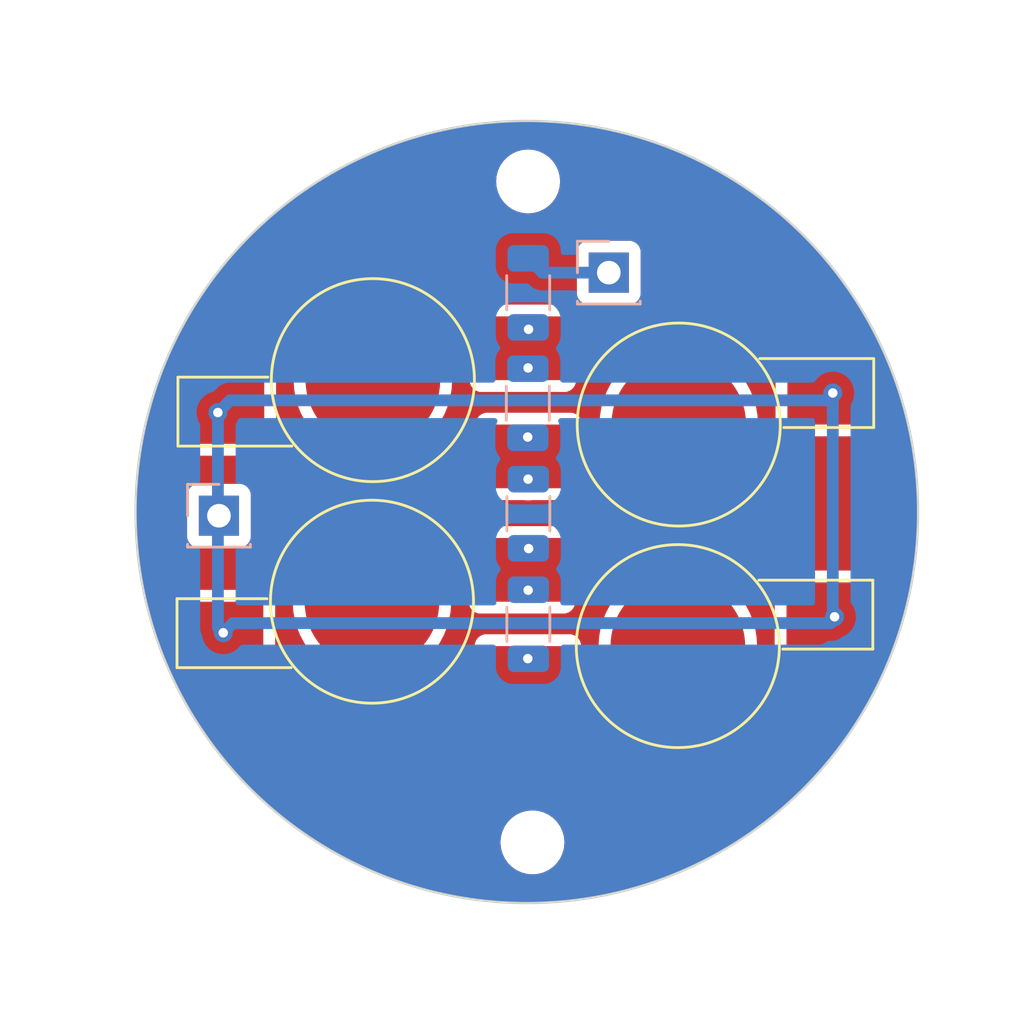
<source format=kicad_pcb>
(kicad_pcb (version 20221018) (generator pcbnew)
  (layers (0 "F.Cu" signal) (31 "B.Cu" signal) (34 "B.Paste" user) (35 "F.Paste" user) (36 "B.SilkS" user "B.Silkscreen") (37 "F.SilkS" user "F.Silkscreen") (38 "B.Mask" user) (39 "F.Mask" user) (44 "Edge.Cuts" user))
  (net 0 "")
  (footprint "MountingHole:MountingHole_2.2mm_M2" (layer "F.Cu") (at 144.375756 104.787475)
    (fp_text reference "REF**" hide)
    (fp_text value "MountingHole_2.2mm_M2" hide)
    (pad "" np_thru_hole circle (at 0 0) (size 2.2 2.2) (drill 2.2) (layers "F&B.Cu" "*.Mask"))
  )
  (footprint "LED_SMD:LED_1W_3W_R8" (layer "F.Cu") (at 150.570419 87.0862 180)
    (fp_text reference "REF**" hide)
    (fp_text value "LED_1W_3W_R8" hide)
    (fp_line (start -8.255 -0.127) (end -8.255 2.794) (stroke (width 0.12)) (layer "F.SilkS"))
    (fp_line (start -8.255 2.794) (end -3.429 2.794) (stroke (width 0.12)) (layer "F.SilkS"))
    (fp_line (start -4.445 -0.127) (end -8.255 -0.127) (stroke (width 0.12)) (layer "F.SilkS"))
    (fp_circle (center 0 0) (end -4.3 0) (stroke (width 0.12)) (fill none) (layer "F.SilkS"))
    (pad "1" smd rect (at -6.35 1.35 180) (size 3.5 2.7) (layers "F.Cu" "F.Paste" "F.Mask"))
    (pad "2" smd rect (at 6.35 -1.35 180) (size 3.5 2.7) (layers "F.Cu" "F.Paste" "F.Mask"))
    (pad "3" smd circle (at 0 0 180) (size 5.7 5.7) (layers "F.Cu" "F.Paste" "F.Mask"))
  )
  (footprint "LED_SMD:LED_1W_3W_R8" (layer "F.Cu") (at 137.580725 94.591149)
    (fp_text reference "REF**" hide)
    (fp_text value "LED_1W_3W_R8" hide)
    (fp_line (start -8.255 -0.127) (end -8.255 2.794) (stroke (width 0.12)) (layer "F.SilkS"))
    (fp_line (start -8.255 2.794) (end -3.429 2.794) (stroke (width 0.12)) (layer "F.SilkS"))
    (fp_line (start -4.445 -0.127) (end -8.255 -0.127) (stroke (width 0.12)) (layer "F.SilkS"))
    (fp_circle (center 0 0) (end -4.3 0) (stroke (width 0.12)) (fill none) (layer "F.SilkS"))
    (pad "1" smd rect (at -6.35 1.35) (size 3.5 2.7) (layers "F.Cu" "F.Paste" "F.Mask"))
    (pad "2" smd rect (at 6.35 -1.35) (size 3.5 2.7) (layers "F.Cu" "F.Paste" "F.Mask"))
    (pad "3" smd circle (at 0 0) (size 5.7 5.7) (layers "F.Cu" "F.Paste" "F.Mask"))
  )
  (footprint "MountingHole:MountingHole_2.2mm_M2" (layer "F.Cu") (at 144.19144 76.788129)
    (fp_text reference "REF**" hide)
    (fp_text value "MountingHole_2.2mm_M2" hide)
    (pad "" np_thru_hole circle (at 0 0) (size 2.2 2.2) (drill 2.2) (layers "F&B.Cu" "*.Mask"))
  )
  (footprint "LED_SMD:LED_1W_3W_R8" (layer "F.Cu") (at 150.53175 96.472351 180)
    (fp_text reference "REF**" hide)
    (fp_text value "LED_1W_3W_R8" hide)
    (fp_line (start -8.255 -0.127) (end -8.255 2.794) (stroke (width 0.12)) (layer "F.SilkS"))
    (fp_line (start -8.255 2.794) (end -3.429 2.794) (stroke (width 0.12)) (layer "F.SilkS"))
    (fp_line (start -4.445 -0.127) (end -8.255 -0.127) (stroke (width 0.12)) (layer "F.SilkS"))
    (fp_circle (center 0 0) (end -4.3 0) (stroke (width 0.12)) (fill none) (layer "F.SilkS"))
    (pad "1" smd rect (at -6.35 1.35 180) (size 3.5 2.7) (layers "F.Cu" "F.Paste" "F.Mask"))
    (pad "2" smd rect (at 6.35 -1.35 180) (size 3.5 2.7) (layers "F.Cu" "F.Paste" "F.Mask"))
    (pad "3" smd circle (at 0 0 180) (size 5.7 5.7) (layers "F.Cu" "F.Paste" "F.Mask"))
  )
  (footprint "LED_SMD:LED_1W_3W_R8" (layer "F.Cu") (at 137.619394 85.204998)
    (fp_text reference "REF**" hide)
    (fp_text value "LED_1W_3W_R8" hide)
    (fp_line (start -8.255 -0.127) (end -8.255 2.794) (stroke (width 0.12)) (layer "F.SilkS"))
    (fp_line (start -8.255 2.794) (end -3.429 2.794) (stroke (width 0.12)) (layer "F.SilkS"))
    (fp_line (start -4.445 -0.127) (end -8.255 -0.127) (stroke (width 0.12)) (layer "F.SilkS"))
    (fp_circle (center 0 0) (end -4.3 0) (stroke (width 0.12)) (fill none) (layer "F.SilkS"))
    (pad "1" smd rect (at -6.35 1.35) (size 3.5 2.7) (layers "F.Cu" "F.Paste" "F.Mask"))
    (pad "2" smd rect (at 6.35 -1.35) (size 3.5 2.7) (layers "F.Cu" "F.Paste" "F.Mask"))
    (pad "3" smd circle (at 0 0) (size 5.7 5.7) (layers "F.Cu" "F.Paste" "F.Mask"))
  )
  (footprint "Connector_PinSocket_2.54mm:PinSocket_1x01_P2.54mm_Vertical" (layer "B.Cu") (at 147.60863 80.651344 180)
    (fp_text reference "REF**" hide)
    (fp_text value "PinSocket_1x01_P2.54mm_Vertical" hide)
    (fp_line (start -1.33 -1.33) (end 1.33 -1.33) (stroke (width 0.12)) (layer "B.SilkS"))
    (fp_line (start -1.33 -1.21) (end -1.33 -1.33) (stroke (width 0.12)) (layer "B.SilkS"))
    (fp_line (start 0 1.33) (end 1.33 1.33) (stroke (width 0.12)) (layer "B.SilkS"))
    (fp_line (start 1.33 -1.21) (end 1.33 -1.33) (stroke (width 0.12)) (layer "B.SilkS"))
    (fp_line (start 1.33 1.33) (end 1.33 0) (stroke (width 0.12)) (layer "B.SilkS"))
    (pad "1" thru_hole rect (at 0 0 180) (size 1.7 1.7) (drill 1) (layers "*.Cu" "*.Mask"))
  )
  (footprint "Resistor_SMD:R_1206_3216Metric" (layer "B.Cu") (at 144.179908 86.183222 90)
    (fp_text reference "REF**" hide)
    (fp_text value "R_1206_3216Metric" hide)
    (fp_line (start -0.727064 -0.91) (end 0.727064 -0.91) (stroke (width 0.12)) (layer "B.SilkS"))
    (fp_line (start -0.727064 0.91) (end 0.727064 0.91) (stroke (width 0.12)) (layer "B.SilkS"))
    (pad "1" smd roundrect (at -1.4625 0 90) (size 1.125 1.75) (layers "B.Cu" "B.Paste" "B.Mask") (roundrect_rratio 0.222222))
    (pad "2" smd roundrect (at 1.4625 0 90) (size 1.125 1.75) (layers "B.Cu" "B.Paste" "B.Mask") (roundrect_rratio 0.222222))
  )
  (footprint "Resistor_SMD:R_1206_3216Metric" (layer "B.Cu") (at 144.202204 90.865323 90)
    (fp_text reference "REF**" hide)
    (fp_text value "R_1206_3216Metric" hide)
    (fp_line (start -0.727064 -0.91) (end 0.727064 -0.91) (stroke (width 0.12)) (layer "B.SilkS"))
    (fp_line (start -0.727064 0.91) (end 0.727064 0.91) (stroke (width 0.12)) (layer "B.SilkS"))
    (pad "1" smd roundrect (at -1.4625 0 90) (size 1.125 1.75) (layers "B.Cu" "B.Paste" "B.Mask") (roundrect_rratio 0.222222))
    (pad "2" smd roundrect (at 1.4625 0 90) (size 1.125 1.75) (layers "B.Cu" "B.Paste" "B.Mask") (roundrect_rratio 0.222222))
  )
  (footprint "Connector_PinSocket_2.54mm:PinSocket_1x01_P2.54mm_Vertical" (layer "B.Cu") (at 131.101435 90.94918 180)
    (fp_text reference "REF**" hide)
    (fp_text value "PinSocket_1x01_P2.54mm_Vertical" hide)
    (fp_line (start -1.33 -1.33) (end 1.33 -1.33) (stroke (width 0.12)) (layer "B.SilkS"))
    (fp_line (start -1.33 -1.21) (end -1.33 -1.33) (stroke (width 0.12)) (layer "B.SilkS"))
    (fp_line (start 0 1.33) (end 1.33 1.33) (stroke (width 0.12)) (layer "B.SilkS"))
    (fp_line (start 1.33 -1.21) (end 1.33 -1.33) (stroke (width 0.12)) (layer "B.SilkS"))
    (fp_line (start 1.33 1.33) (end 1.33 0) (stroke (width 0.12)) (layer "B.SilkS"))
    (pad "1" thru_hole rect (at 0 0 180) (size 1.7 1.7) (drill 1) (layers "*.Cu" "*.Mask"))
  )
  (footprint "Resistor_SMD:R_1206_3216Metric" (layer "B.Cu") (at 144.195622 81.507199 90)
    (fp_text reference "REF**" hide)
    (fp_text value "R_1206_3216Metric" hide)
    (fp_line (start -0.727064 -0.91) (end 0.727064 -0.91) (stroke (width 0.12)) (layer "B.SilkS"))
    (fp_line (start -0.727064 0.91) (end 0.727064 0.91) (stroke (width 0.12)) (layer "B.SilkS"))
    (pad "1" smd roundrect (at -1.4625 0 90) (size 1.125 1.75) (layers "B.Cu" "B.Paste" "B.Mask") (roundrect_rratio 0.222222))
    (pad "2" smd roundrect (at 1.4625 0 90) (size 1.125 1.75) (layers "B.Cu" "B.Paste" "B.Mask") (roundrect_rratio 0.222222))
  )
  (footprint "Resistor_SMD:R_1206_3216Metric" (layer "B.Cu") (at 144.202204 95.547425 90)
    (fp_text reference "REF**" hide)
    (fp_text value "R_1206_3216Metric" hide)
    (fp_line (start -0.727064 -0.91) (end 0.727064 -0.91) (stroke (width 0.12)) (layer "B.SilkS"))
    (fp_line (start -0.727064 0.91) (end 0.727064 0.91) (stroke (width 0.12)) (layer "B.SilkS"))
    (pad "1" smd roundrect (at -1.4625 0 90) (size 1.125 1.75) (layers "B.Cu" "B.Paste" "B.Mask") (roundrect_rratio 0.222222))
    (pad "2" smd roundrect (at 1.4625 0 90) (size 1.125 1.75) (layers "B.Cu" "B.Paste" "B.Mask") (roundrect_rratio 0.222222))
  )
  (gr_circle (center 144.137186 90.791336) (end 157.554707 100.509815) (stroke (width 0.1)) (fill none) (layer "Edge.Cuts"))
  (via (at 144.213352 92.340867) (size 0.8) (drill 0.4) (layers "F.Cu" "B.Cu") (net 0))
  (via (at 144.210485 83.053038) (size 0.8) (drill 0.4) (layers "F.Cu" "B.Cu") (net 0))
  (via (at 144.190127 84.68848) (size 0.8) (drill 0.4) (layers "F.Cu" "B.Cu") (net 0))
  (via (at 144.178669 97.00315) (size 0.8) (drill 0.4) (layers "F.Cu" "B.Cu") (net 0))
  (via (at 144.193533 94.104706) (size 0.8) (drill 0.4) (layers "F.Cu" "B.Cu") (net 0))
  (via (at 157.167926 95.230972) (size 0.8) (drill 0.4) (layers "F.Cu" "B.Cu") (net 0))
  (via (at 157.092678 85.749717) (size 0.8) (drill 0.4) (layers "F.Cu" "B.Cu") (net 0))
  (via (at 131.282594 95.908204) (size 0.8) (drill 0.4) (layers "F.Cu" "B.Cu") (net 0))
  (via (at 144.175263 87.616651) (size 0.8) (drill 0.4) (layers "F.Cu" "B.Cu") (net 0))
  (via (at 131.05685 86.577445) (size 0.8) (drill 0.4) (layers "F.Cu" "B.Cu") (net 0))
  (via (at 144.190127 89.400309) (size 0.8) (drill 0.4) (layers "F.Cu" "B.Cu") (net 0))
  (segment (start 157.167926 95.343196) (end 157.012452 95.49867) (width 0.5) (layer "B.Cu") (net 0))
  (segment (start 131.05685 86.577445) (end 131.05685 95.68246) (width 0.5) (layer "B.Cu") (net 0))
  (segment (start 156.781008 86.061387) (end 157.092678 85.749717) (width 0.5) (layer "B.Cu") (net 0))
  (segment (start 131.282594 95.908204) (end 156.490694 95.908204) (width 0) (layer "B.Cu") (net 0))
  (segment (start 131.572908 86.061387) (end 156.781008 86.061387) (width 0.5) (layer "B.Cu") (net 0))
  (segment (start 144.802267 80.651344) (end 144.195622 80.044699) (width 0.5) (layer "B.Cu") (net 0))
  (segment (start 147.60863 80.651344) (end 144.802267 80.651344) (width 0.5) (layer "B.Cu") (net 0))
  (segment (start 157.092678 85.749717) (end 157.092678 95.155724) (width 0.5) (layer "B.Cu") (net 0))
  (segment (start 131.05685 95.68246) (end 131.282594 95.908204) (width 0.5) (layer "B.Cu") (net 0))
  (segment (start 131.05685 86.577445) (end 131.572908 86.061387) (width 0.5) (layer "B.Cu") (net 0))
  (segment (start 157.092678 95.155724) (end 157.167926 95.230972) (width 0.5) (layer "B.Cu") (net 0))
  (segment (start 157.167926 95.230972) (end 157.167926 95.343196) (width 0.25) (layer "B.Cu") (net 0))
  (segment (start 157.002566 86.096229) (end 157.167926 86.261589) (width 0.25) (layer "B.Cu") (net 0))
  (segment (start 157.167926 86.261589) (end 157.167926 95.230972) (width 0.25) (layer "B.Cu") (net 0))
  (segment (start 157.012452 95.49867) (end 131.692128 95.49867) (width 0.5) (layer "B.Cu") (net 0))
  (segment (start 131.692128 95.49867) (end 131.282594 95.908204) (width 0.5) (layer "B.Cu") (net 0))
  (zone (net 0) (net_name "") (layer "F.Cu") (priority 1) (connect_pads (clearance 0.5)) (min_thickness 0.25) (fill yes (thermal_gap 0.5) (thermal_bridge_width 0.5) (island_removal_mode 1) (island_area_min 10))
    (polygon (pts (xy 122.8693 69.277766) (xy 164.71101 69.198697) (xy 165.19815 111.87827) (xy 122.503628 112.007505)))
  )
  (zone (net 0) (net_name "") (layer "B.Cu") (connect_pads (clearance 0.5)) (min_thickness 0.25) (fill yes (thermal_gap 0.5) (thermal_bridge_width 0.5) (island_removal_mode 1) (island_area_min 10))
    (polygon (pts (xy 122.708585 69.217825) (xy 164.808979 69.101606) (xy 164.783898 112.080787) (xy 121.830692 112.247172)))
  )
)
</source>
